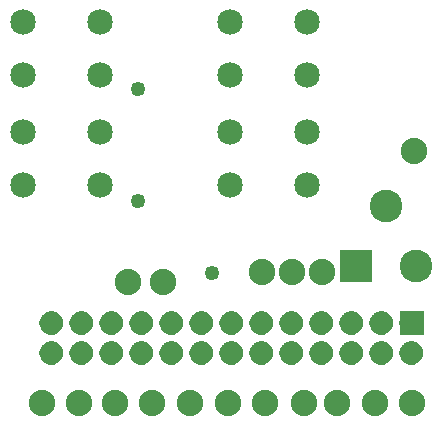
<source format=gts>
G04 MADE WITH FRITZING*
G04 WWW.FRITZING.ORG*
G04 DOUBLE SIDED*
G04 HOLES PLATED*
G04 CONTOUR ON CENTER OF CONTOUR VECTOR*
%ASAXBY*%
%FSLAX23Y23*%
%MOIN*%
%OFA0B0*%
%SFA1.0B1.0*%
%ADD10C,0.049370*%
%ADD11C,0.088000*%
%ADD12C,0.109000*%
%ADD13C,0.085000*%
%ADD14R,0.109000X0.109000*%
%ADD15R,0.080000X0.080000*%
%ADD16R,0.001000X0.001000*%
%LNMASK1*%
G90*
G70*
G54D10*
X435Y738D03*
X682Y499D03*
X434Y1110D03*
G54D11*
X860Y66D03*
X116Y66D03*
X734Y66D03*
X403Y468D03*
X517Y468D03*
X360Y66D03*
X238Y66D03*
X1356Y905D03*
X1348Y66D03*
X1100Y66D03*
X482Y66D03*
X1226Y66D03*
X990Y66D03*
X608Y66D03*
G54D12*
X1363Y523D03*
X1163Y523D03*
X1263Y723D03*
G54D13*
X998Y968D03*
X742Y968D03*
X998Y790D03*
X742Y790D03*
X309Y1334D03*
X53Y1334D03*
X309Y1157D03*
X53Y1157D03*
X998Y1334D03*
X742Y1334D03*
X998Y1157D03*
X742Y1157D03*
X309Y968D03*
X53Y968D03*
X309Y790D03*
X53Y790D03*
G54D11*
X1049Y503D03*
X949Y503D03*
X849Y503D03*
G54D14*
X1163Y523D03*
G54D15*
X1347Y330D03*
G54D16*
X144Y371D02*
X149Y371D01*
X244Y371D02*
X249Y371D01*
X344Y371D02*
X349Y371D01*
X444Y371D02*
X449Y371D01*
X544Y371D02*
X549Y371D01*
X644Y371D02*
X649Y371D01*
X744Y371D02*
X749Y371D01*
X844Y371D02*
X849Y371D01*
X944Y371D02*
X949Y371D01*
X1044Y371D02*
X1049Y371D01*
X1144Y371D02*
X1149Y371D01*
X1244Y371D02*
X1249Y371D01*
X1344Y371D02*
X1349Y371D01*
X139Y370D02*
X154Y370D01*
X239Y370D02*
X254Y370D01*
X339Y370D02*
X354Y370D01*
X439Y370D02*
X454Y370D01*
X539Y370D02*
X554Y370D01*
X639Y370D02*
X654Y370D01*
X739Y370D02*
X754Y370D01*
X839Y370D02*
X854Y370D01*
X939Y370D02*
X954Y370D01*
X1039Y370D02*
X1054Y370D01*
X1139Y370D02*
X1154Y370D01*
X1239Y370D02*
X1254Y370D01*
X1339Y370D02*
X1354Y370D01*
X136Y369D02*
X158Y369D01*
X236Y369D02*
X258Y369D01*
X336Y369D02*
X358Y369D01*
X436Y369D02*
X458Y369D01*
X535Y369D02*
X558Y369D01*
X635Y369D02*
X658Y369D01*
X735Y369D02*
X758Y369D01*
X835Y369D02*
X858Y369D01*
X935Y369D02*
X958Y369D01*
X1035Y369D02*
X1057Y369D01*
X1135Y369D02*
X1157Y369D01*
X1235Y369D02*
X1257Y369D01*
X1335Y369D02*
X1357Y369D01*
X133Y368D02*
X160Y368D01*
X233Y368D02*
X260Y368D01*
X333Y368D02*
X360Y368D01*
X433Y368D02*
X460Y368D01*
X533Y368D02*
X560Y368D01*
X633Y368D02*
X660Y368D01*
X733Y368D02*
X760Y368D01*
X833Y368D02*
X860Y368D01*
X933Y368D02*
X960Y368D01*
X1033Y368D02*
X1060Y368D01*
X1133Y368D02*
X1160Y368D01*
X1233Y368D02*
X1260Y368D01*
X1333Y368D02*
X1360Y368D01*
X131Y367D02*
X162Y367D01*
X231Y367D02*
X262Y367D01*
X331Y367D02*
X362Y367D01*
X431Y367D02*
X462Y367D01*
X531Y367D02*
X562Y367D01*
X631Y367D02*
X662Y367D01*
X731Y367D02*
X762Y367D01*
X831Y367D02*
X862Y367D01*
X931Y367D02*
X962Y367D01*
X1031Y367D02*
X1062Y367D01*
X1131Y367D02*
X1162Y367D01*
X1231Y367D02*
X1262Y367D01*
X1331Y367D02*
X1362Y367D01*
X129Y366D02*
X164Y366D01*
X229Y366D02*
X264Y366D01*
X329Y366D02*
X364Y366D01*
X429Y366D02*
X464Y366D01*
X529Y366D02*
X564Y366D01*
X629Y366D02*
X664Y366D01*
X729Y366D02*
X764Y366D01*
X829Y366D02*
X864Y366D01*
X929Y366D02*
X964Y366D01*
X1029Y366D02*
X1064Y366D01*
X1129Y366D02*
X1164Y366D01*
X1229Y366D02*
X1264Y366D01*
X1329Y366D02*
X1364Y366D01*
X127Y365D02*
X166Y365D01*
X227Y365D02*
X266Y365D01*
X327Y365D02*
X366Y365D01*
X427Y365D02*
X466Y365D01*
X527Y365D02*
X566Y365D01*
X627Y365D02*
X666Y365D01*
X727Y365D02*
X766Y365D01*
X827Y365D02*
X866Y365D01*
X927Y365D02*
X966Y365D01*
X1027Y365D02*
X1066Y365D01*
X1127Y365D02*
X1166Y365D01*
X1227Y365D02*
X1266Y365D01*
X1327Y365D02*
X1366Y365D01*
X126Y364D02*
X167Y364D01*
X226Y364D02*
X267Y364D01*
X326Y364D02*
X367Y364D01*
X426Y364D02*
X467Y364D01*
X526Y364D02*
X567Y364D01*
X626Y364D02*
X667Y364D01*
X726Y364D02*
X767Y364D01*
X826Y364D02*
X867Y364D01*
X926Y364D02*
X967Y364D01*
X1026Y364D02*
X1067Y364D01*
X1126Y364D02*
X1167Y364D01*
X1226Y364D02*
X1267Y364D01*
X1326Y364D02*
X1367Y364D01*
X125Y363D02*
X169Y363D01*
X225Y363D02*
X269Y363D01*
X325Y363D02*
X369Y363D01*
X425Y363D02*
X469Y363D01*
X525Y363D02*
X568Y363D01*
X625Y363D02*
X668Y363D01*
X725Y363D02*
X768Y363D01*
X825Y363D02*
X868Y363D01*
X925Y363D02*
X968Y363D01*
X1024Y363D02*
X1068Y363D01*
X1124Y363D02*
X1168Y363D01*
X1224Y363D02*
X1268Y363D01*
X1324Y363D02*
X1368Y363D01*
X123Y362D02*
X170Y362D01*
X223Y362D02*
X270Y362D01*
X323Y362D02*
X370Y362D01*
X423Y362D02*
X470Y362D01*
X523Y362D02*
X570Y362D01*
X623Y362D02*
X670Y362D01*
X723Y362D02*
X770Y362D01*
X823Y362D02*
X870Y362D01*
X923Y362D02*
X970Y362D01*
X1023Y362D02*
X1070Y362D01*
X1123Y362D02*
X1170Y362D01*
X1223Y362D02*
X1270Y362D01*
X1323Y362D02*
X1370Y362D01*
X122Y361D02*
X171Y361D01*
X222Y361D02*
X271Y361D01*
X322Y361D02*
X371Y361D01*
X422Y361D02*
X471Y361D01*
X522Y361D02*
X571Y361D01*
X622Y361D02*
X671Y361D01*
X722Y361D02*
X771Y361D01*
X822Y361D02*
X871Y361D01*
X922Y361D02*
X971Y361D01*
X1022Y361D02*
X1071Y361D01*
X1122Y361D02*
X1171Y361D01*
X1222Y361D02*
X1271Y361D01*
X1322Y361D02*
X1371Y361D01*
X121Y360D02*
X172Y360D01*
X221Y360D02*
X272Y360D01*
X321Y360D02*
X372Y360D01*
X421Y360D02*
X472Y360D01*
X521Y360D02*
X572Y360D01*
X621Y360D02*
X672Y360D01*
X721Y360D02*
X772Y360D01*
X821Y360D02*
X872Y360D01*
X921Y360D02*
X972Y360D01*
X1021Y360D02*
X1072Y360D01*
X1121Y360D02*
X1172Y360D01*
X1221Y360D02*
X1272Y360D01*
X1321Y360D02*
X1372Y360D01*
X120Y359D02*
X173Y359D01*
X220Y359D02*
X273Y359D01*
X320Y359D02*
X373Y359D01*
X420Y359D02*
X473Y359D01*
X520Y359D02*
X573Y359D01*
X620Y359D02*
X673Y359D01*
X720Y359D02*
X773Y359D01*
X820Y359D02*
X873Y359D01*
X920Y359D02*
X973Y359D01*
X1020Y359D02*
X1073Y359D01*
X1120Y359D02*
X1173Y359D01*
X1220Y359D02*
X1273Y359D01*
X1320Y359D02*
X1373Y359D01*
X119Y358D02*
X174Y358D01*
X219Y358D02*
X274Y358D01*
X319Y358D02*
X374Y358D01*
X419Y358D02*
X474Y358D01*
X519Y358D02*
X574Y358D01*
X619Y358D02*
X674Y358D01*
X719Y358D02*
X774Y358D01*
X819Y358D02*
X874Y358D01*
X919Y358D02*
X974Y358D01*
X1019Y358D02*
X1074Y358D01*
X1119Y358D02*
X1174Y358D01*
X1219Y358D02*
X1274Y358D01*
X1319Y358D02*
X1374Y358D01*
X118Y357D02*
X175Y357D01*
X218Y357D02*
X275Y357D01*
X318Y357D02*
X375Y357D01*
X418Y357D02*
X475Y357D01*
X518Y357D02*
X575Y357D01*
X618Y357D02*
X675Y357D01*
X718Y357D02*
X775Y357D01*
X818Y357D02*
X875Y357D01*
X918Y357D02*
X975Y357D01*
X1018Y357D02*
X1075Y357D01*
X1118Y357D02*
X1175Y357D01*
X1218Y357D02*
X1275Y357D01*
X1318Y357D02*
X1375Y357D01*
X117Y356D02*
X176Y356D01*
X217Y356D02*
X276Y356D01*
X317Y356D02*
X376Y356D01*
X417Y356D02*
X476Y356D01*
X517Y356D02*
X576Y356D01*
X617Y356D02*
X676Y356D01*
X717Y356D02*
X776Y356D01*
X817Y356D02*
X876Y356D01*
X917Y356D02*
X976Y356D01*
X1017Y356D02*
X1076Y356D01*
X1117Y356D02*
X1176Y356D01*
X1217Y356D02*
X1276Y356D01*
X1317Y356D02*
X1376Y356D01*
X116Y355D02*
X177Y355D01*
X216Y355D02*
X277Y355D01*
X316Y355D02*
X377Y355D01*
X416Y355D02*
X477Y355D01*
X516Y355D02*
X577Y355D01*
X616Y355D02*
X677Y355D01*
X716Y355D02*
X777Y355D01*
X816Y355D02*
X877Y355D01*
X916Y355D02*
X977Y355D01*
X1016Y355D02*
X1077Y355D01*
X1116Y355D02*
X1177Y355D01*
X1216Y355D02*
X1277Y355D01*
X1316Y355D02*
X1377Y355D01*
X115Y354D02*
X178Y354D01*
X215Y354D02*
X278Y354D01*
X315Y354D02*
X378Y354D01*
X415Y354D02*
X478Y354D01*
X515Y354D02*
X578Y354D01*
X615Y354D02*
X678Y354D01*
X715Y354D02*
X778Y354D01*
X815Y354D02*
X878Y354D01*
X915Y354D02*
X978Y354D01*
X1015Y354D02*
X1078Y354D01*
X1115Y354D02*
X1178Y354D01*
X1215Y354D02*
X1278Y354D01*
X1315Y354D02*
X1378Y354D01*
X115Y353D02*
X178Y353D01*
X215Y353D02*
X278Y353D01*
X315Y353D02*
X378Y353D01*
X415Y353D02*
X478Y353D01*
X515Y353D02*
X578Y353D01*
X615Y353D02*
X678Y353D01*
X715Y353D02*
X778Y353D01*
X815Y353D02*
X878Y353D01*
X915Y353D02*
X978Y353D01*
X1015Y353D02*
X1078Y353D01*
X1115Y353D02*
X1178Y353D01*
X1215Y353D02*
X1278Y353D01*
X1315Y353D02*
X1378Y353D01*
X114Y352D02*
X179Y352D01*
X214Y352D02*
X279Y352D01*
X314Y352D02*
X379Y352D01*
X414Y352D02*
X479Y352D01*
X514Y352D02*
X579Y352D01*
X614Y352D02*
X679Y352D01*
X714Y352D02*
X779Y352D01*
X814Y352D02*
X879Y352D01*
X914Y352D02*
X979Y352D01*
X1014Y352D02*
X1079Y352D01*
X1114Y352D02*
X1179Y352D01*
X1214Y352D02*
X1279Y352D01*
X1314Y352D02*
X1379Y352D01*
X113Y351D02*
X180Y351D01*
X213Y351D02*
X280Y351D01*
X313Y351D02*
X380Y351D01*
X413Y351D02*
X480Y351D01*
X513Y351D02*
X580Y351D01*
X613Y351D02*
X680Y351D01*
X713Y351D02*
X780Y351D01*
X813Y351D02*
X880Y351D01*
X913Y351D02*
X980Y351D01*
X1013Y351D02*
X1080Y351D01*
X1113Y351D02*
X1180Y351D01*
X1213Y351D02*
X1280Y351D01*
X1313Y351D02*
X1380Y351D01*
X113Y350D02*
X180Y350D01*
X213Y350D02*
X280Y350D01*
X313Y350D02*
X380Y350D01*
X413Y350D02*
X480Y350D01*
X513Y350D02*
X580Y350D01*
X613Y350D02*
X680Y350D01*
X713Y350D02*
X780Y350D01*
X813Y350D02*
X880Y350D01*
X913Y350D02*
X980Y350D01*
X1013Y350D02*
X1080Y350D01*
X1113Y350D02*
X1180Y350D01*
X1213Y350D02*
X1280Y350D01*
X1313Y350D02*
X1380Y350D01*
X112Y349D02*
X181Y349D01*
X212Y349D02*
X281Y349D01*
X312Y349D02*
X381Y349D01*
X412Y349D02*
X481Y349D01*
X512Y349D02*
X581Y349D01*
X612Y349D02*
X681Y349D01*
X712Y349D02*
X781Y349D01*
X812Y349D02*
X881Y349D01*
X912Y349D02*
X981Y349D01*
X1012Y349D02*
X1081Y349D01*
X1112Y349D02*
X1181Y349D01*
X1212Y349D02*
X1281Y349D01*
X1312Y349D02*
X1381Y349D01*
X112Y348D02*
X182Y348D01*
X212Y348D02*
X282Y348D01*
X312Y348D02*
X381Y348D01*
X412Y348D02*
X481Y348D01*
X512Y348D02*
X581Y348D01*
X612Y348D02*
X681Y348D01*
X712Y348D02*
X781Y348D01*
X812Y348D02*
X881Y348D01*
X912Y348D02*
X981Y348D01*
X1012Y348D02*
X1081Y348D01*
X1111Y348D02*
X1181Y348D01*
X1211Y348D02*
X1281Y348D01*
X1311Y348D02*
X1381Y348D01*
X111Y347D02*
X182Y347D01*
X211Y347D02*
X282Y347D01*
X311Y347D02*
X382Y347D01*
X411Y347D02*
X482Y347D01*
X511Y347D02*
X582Y347D01*
X611Y347D02*
X682Y347D01*
X711Y347D02*
X782Y347D01*
X811Y347D02*
X882Y347D01*
X911Y347D02*
X982Y347D01*
X1011Y347D02*
X1082Y347D01*
X1111Y347D02*
X1182Y347D01*
X1211Y347D02*
X1282Y347D01*
X1311Y347D02*
X1382Y347D01*
X111Y346D02*
X183Y346D01*
X211Y346D02*
X283Y346D01*
X311Y346D02*
X383Y346D01*
X411Y346D02*
X483Y346D01*
X511Y346D02*
X582Y346D01*
X611Y346D02*
X682Y346D01*
X711Y346D02*
X782Y346D01*
X811Y346D02*
X882Y346D01*
X910Y346D02*
X982Y346D01*
X1010Y346D02*
X1082Y346D01*
X1110Y346D02*
X1182Y346D01*
X1210Y346D02*
X1282Y346D01*
X1310Y346D02*
X1382Y346D01*
X110Y345D02*
X183Y345D01*
X210Y345D02*
X283Y345D01*
X310Y345D02*
X383Y345D01*
X410Y345D02*
X483Y345D01*
X510Y345D02*
X583Y345D01*
X610Y345D02*
X683Y345D01*
X710Y345D02*
X783Y345D01*
X810Y345D02*
X883Y345D01*
X910Y345D02*
X983Y345D01*
X1010Y345D02*
X1083Y345D01*
X1110Y345D02*
X1183Y345D01*
X1210Y345D02*
X1283Y345D01*
X1310Y345D02*
X1383Y345D01*
X110Y344D02*
X183Y344D01*
X210Y344D02*
X283Y344D01*
X310Y344D02*
X383Y344D01*
X410Y344D02*
X483Y344D01*
X510Y344D02*
X583Y344D01*
X610Y344D02*
X683Y344D01*
X710Y344D02*
X783Y344D01*
X810Y344D02*
X883Y344D01*
X910Y344D02*
X983Y344D01*
X1010Y344D02*
X1083Y344D01*
X1110Y344D02*
X1183Y344D01*
X1210Y344D02*
X1283Y344D01*
X1310Y344D02*
X1383Y344D01*
X109Y343D02*
X184Y343D01*
X209Y343D02*
X284Y343D01*
X309Y343D02*
X384Y343D01*
X409Y343D02*
X484Y343D01*
X509Y343D02*
X584Y343D01*
X609Y343D02*
X684Y343D01*
X709Y343D02*
X784Y343D01*
X809Y343D02*
X884Y343D01*
X909Y343D02*
X984Y343D01*
X1009Y343D02*
X1084Y343D01*
X1109Y343D02*
X1184Y343D01*
X1209Y343D02*
X1284Y343D01*
X1309Y343D02*
X1384Y343D01*
X109Y342D02*
X184Y342D01*
X209Y342D02*
X284Y342D01*
X309Y342D02*
X384Y342D01*
X409Y342D02*
X484Y342D01*
X509Y342D02*
X584Y342D01*
X609Y342D02*
X684Y342D01*
X709Y342D02*
X784Y342D01*
X809Y342D02*
X884Y342D01*
X909Y342D02*
X984Y342D01*
X1009Y342D02*
X1084Y342D01*
X1109Y342D02*
X1184Y342D01*
X1209Y342D02*
X1284Y342D01*
X1309Y342D02*
X1384Y342D01*
X109Y341D02*
X184Y341D01*
X209Y341D02*
X284Y341D01*
X309Y341D02*
X384Y341D01*
X409Y341D02*
X484Y341D01*
X509Y341D02*
X584Y341D01*
X609Y341D02*
X684Y341D01*
X709Y341D02*
X784Y341D01*
X809Y341D02*
X884Y341D01*
X909Y341D02*
X984Y341D01*
X1009Y341D02*
X1084Y341D01*
X1109Y341D02*
X1184Y341D01*
X1208Y341D02*
X1284Y341D01*
X1308Y341D02*
X1384Y341D01*
X108Y340D02*
X185Y340D01*
X208Y340D02*
X285Y340D01*
X308Y340D02*
X385Y340D01*
X408Y340D02*
X485Y340D01*
X508Y340D02*
X585Y340D01*
X608Y340D02*
X685Y340D01*
X708Y340D02*
X785Y340D01*
X808Y340D02*
X885Y340D01*
X908Y340D02*
X985Y340D01*
X1008Y340D02*
X1085Y340D01*
X1108Y340D02*
X1185Y340D01*
X1208Y340D02*
X1285Y340D01*
X1308Y340D02*
X1385Y340D01*
X108Y339D02*
X185Y339D01*
X208Y339D02*
X285Y339D01*
X308Y339D02*
X385Y339D01*
X408Y339D02*
X485Y339D01*
X508Y339D02*
X585Y339D01*
X608Y339D02*
X685Y339D01*
X708Y339D02*
X785Y339D01*
X808Y339D02*
X885Y339D01*
X908Y339D02*
X985Y339D01*
X1008Y339D02*
X1085Y339D01*
X1108Y339D02*
X1185Y339D01*
X1208Y339D02*
X1285Y339D01*
X1308Y339D02*
X1385Y339D01*
X108Y338D02*
X185Y338D01*
X208Y338D02*
X285Y338D01*
X308Y338D02*
X385Y338D01*
X408Y338D02*
X485Y338D01*
X508Y338D02*
X585Y338D01*
X608Y338D02*
X685Y338D01*
X708Y338D02*
X785Y338D01*
X808Y338D02*
X885Y338D01*
X908Y338D02*
X985Y338D01*
X1008Y338D02*
X1085Y338D01*
X1108Y338D02*
X1185Y338D01*
X1208Y338D02*
X1285Y338D01*
X1308Y338D02*
X1385Y338D01*
X108Y337D02*
X185Y337D01*
X208Y337D02*
X285Y337D01*
X308Y337D02*
X385Y337D01*
X408Y337D02*
X485Y337D01*
X508Y337D02*
X585Y337D01*
X608Y337D02*
X685Y337D01*
X708Y337D02*
X785Y337D01*
X808Y337D02*
X885Y337D01*
X908Y337D02*
X985Y337D01*
X1008Y337D02*
X1085Y337D01*
X1108Y337D02*
X1185Y337D01*
X1207Y337D02*
X1285Y337D01*
X1307Y337D02*
X1385Y337D01*
X107Y336D02*
X186Y336D01*
X207Y336D02*
X286Y336D01*
X307Y336D02*
X386Y336D01*
X407Y336D02*
X486Y336D01*
X507Y336D02*
X586Y336D01*
X607Y336D02*
X686Y336D01*
X707Y336D02*
X786Y336D01*
X807Y336D02*
X886Y336D01*
X907Y336D02*
X986Y336D01*
X1007Y336D02*
X1086Y336D01*
X1107Y336D02*
X1186Y336D01*
X1207Y336D02*
X1286Y336D01*
X1307Y336D02*
X1386Y336D01*
X107Y335D02*
X186Y335D01*
X207Y335D02*
X286Y335D01*
X307Y335D02*
X386Y335D01*
X407Y335D02*
X486Y335D01*
X507Y335D02*
X586Y335D01*
X607Y335D02*
X686Y335D01*
X707Y335D02*
X786Y335D01*
X807Y335D02*
X886Y335D01*
X907Y335D02*
X986Y335D01*
X1007Y335D02*
X1086Y335D01*
X1107Y335D02*
X1186Y335D01*
X1207Y335D02*
X1286Y335D01*
X1307Y335D02*
X1386Y335D01*
X107Y334D02*
X186Y334D01*
X207Y334D02*
X286Y334D01*
X307Y334D02*
X386Y334D01*
X407Y334D02*
X486Y334D01*
X507Y334D02*
X586Y334D01*
X607Y334D02*
X686Y334D01*
X707Y334D02*
X786Y334D01*
X807Y334D02*
X886Y334D01*
X907Y334D02*
X986Y334D01*
X1007Y334D02*
X1086Y334D01*
X1107Y334D02*
X1186Y334D01*
X1207Y334D02*
X1286Y334D01*
X1307Y334D02*
X1386Y334D01*
X107Y333D02*
X186Y333D01*
X207Y333D02*
X286Y333D01*
X307Y333D02*
X386Y333D01*
X407Y333D02*
X486Y333D01*
X507Y333D02*
X586Y333D01*
X607Y333D02*
X686Y333D01*
X707Y333D02*
X786Y333D01*
X807Y333D02*
X886Y333D01*
X907Y333D02*
X986Y333D01*
X1007Y333D02*
X1086Y333D01*
X1107Y333D02*
X1186Y333D01*
X1207Y333D02*
X1286Y333D01*
X1307Y333D02*
X1386Y333D01*
X107Y332D02*
X186Y332D01*
X207Y332D02*
X286Y332D01*
X307Y332D02*
X386Y332D01*
X407Y332D02*
X486Y332D01*
X507Y332D02*
X586Y332D01*
X607Y332D02*
X686Y332D01*
X707Y332D02*
X786Y332D01*
X807Y332D02*
X886Y332D01*
X907Y332D02*
X986Y332D01*
X1007Y332D02*
X1086Y332D01*
X1107Y332D02*
X1186Y332D01*
X1207Y332D02*
X1286Y332D01*
X1307Y332D02*
X1386Y332D01*
X107Y331D02*
X186Y331D01*
X207Y331D02*
X286Y331D01*
X307Y331D02*
X386Y331D01*
X407Y331D02*
X486Y331D01*
X507Y331D02*
X586Y331D01*
X607Y331D02*
X686Y331D01*
X707Y331D02*
X786Y331D01*
X807Y331D02*
X886Y331D01*
X907Y331D02*
X986Y331D01*
X1007Y331D02*
X1086Y331D01*
X1107Y331D02*
X1186Y331D01*
X1207Y331D02*
X1286Y331D01*
X1307Y331D02*
X1386Y331D01*
X107Y330D02*
X186Y330D01*
X207Y330D02*
X286Y330D01*
X307Y330D02*
X386Y330D01*
X407Y330D02*
X486Y330D01*
X507Y330D02*
X586Y330D01*
X607Y330D02*
X686Y330D01*
X707Y330D02*
X786Y330D01*
X807Y330D02*
X886Y330D01*
X907Y330D02*
X986Y330D01*
X1007Y330D02*
X1086Y330D01*
X1107Y330D02*
X1186Y330D01*
X1207Y330D02*
X1286Y330D01*
X1307Y330D02*
X1386Y330D01*
X107Y329D02*
X186Y329D01*
X207Y329D02*
X286Y329D01*
X307Y329D02*
X386Y329D01*
X407Y329D02*
X486Y329D01*
X507Y329D02*
X586Y329D01*
X607Y329D02*
X686Y329D01*
X707Y329D02*
X786Y329D01*
X807Y329D02*
X886Y329D01*
X907Y329D02*
X986Y329D01*
X1007Y329D02*
X1086Y329D01*
X1107Y329D02*
X1186Y329D01*
X1207Y329D02*
X1286Y329D01*
X1307Y329D02*
X1386Y329D01*
X107Y328D02*
X186Y328D01*
X207Y328D02*
X286Y328D01*
X307Y328D02*
X386Y328D01*
X407Y328D02*
X486Y328D01*
X507Y328D02*
X586Y328D01*
X607Y328D02*
X686Y328D01*
X707Y328D02*
X786Y328D01*
X807Y328D02*
X886Y328D01*
X907Y328D02*
X986Y328D01*
X1007Y328D02*
X1086Y328D01*
X1107Y328D02*
X1186Y328D01*
X1207Y328D02*
X1286Y328D01*
X1307Y328D02*
X1386Y328D01*
X107Y327D02*
X186Y327D01*
X207Y327D02*
X286Y327D01*
X307Y327D02*
X386Y327D01*
X407Y327D02*
X486Y327D01*
X507Y327D02*
X586Y327D01*
X607Y327D02*
X686Y327D01*
X707Y327D02*
X786Y327D01*
X807Y327D02*
X886Y327D01*
X907Y327D02*
X986Y327D01*
X1007Y327D02*
X1086Y327D01*
X1107Y327D02*
X1186Y327D01*
X1207Y327D02*
X1286Y327D01*
X1307Y327D02*
X1386Y327D01*
X107Y326D02*
X186Y326D01*
X207Y326D02*
X286Y326D01*
X307Y326D02*
X386Y326D01*
X407Y326D02*
X486Y326D01*
X507Y326D02*
X586Y326D01*
X607Y326D02*
X686Y326D01*
X707Y326D02*
X786Y326D01*
X807Y326D02*
X886Y326D01*
X907Y326D02*
X986Y326D01*
X1007Y326D02*
X1086Y326D01*
X1107Y326D02*
X1186Y326D01*
X1207Y326D02*
X1286Y326D01*
X1307Y326D02*
X1386Y326D01*
X108Y325D02*
X185Y325D01*
X208Y325D02*
X285Y325D01*
X308Y325D02*
X385Y325D01*
X408Y325D02*
X485Y325D01*
X508Y325D02*
X585Y325D01*
X608Y325D02*
X685Y325D01*
X708Y325D02*
X785Y325D01*
X808Y325D02*
X885Y325D01*
X908Y325D02*
X985Y325D01*
X1008Y325D02*
X1085Y325D01*
X1108Y325D02*
X1185Y325D01*
X1208Y325D02*
X1285Y325D01*
X1308Y325D02*
X1385Y325D01*
X108Y324D02*
X185Y324D01*
X208Y324D02*
X285Y324D01*
X308Y324D02*
X385Y324D01*
X408Y324D02*
X485Y324D01*
X508Y324D02*
X585Y324D01*
X608Y324D02*
X685Y324D01*
X708Y324D02*
X785Y324D01*
X808Y324D02*
X885Y324D01*
X908Y324D02*
X985Y324D01*
X1008Y324D02*
X1085Y324D01*
X1108Y324D02*
X1185Y324D01*
X1208Y324D02*
X1285Y324D01*
X1308Y324D02*
X1385Y324D01*
X108Y323D02*
X185Y323D01*
X208Y323D02*
X285Y323D01*
X308Y323D02*
X385Y323D01*
X408Y323D02*
X485Y323D01*
X508Y323D02*
X585Y323D01*
X608Y323D02*
X685Y323D01*
X708Y323D02*
X785Y323D01*
X808Y323D02*
X885Y323D01*
X908Y323D02*
X985Y323D01*
X1008Y323D02*
X1085Y323D01*
X1108Y323D02*
X1185Y323D01*
X1208Y323D02*
X1285Y323D01*
X1308Y323D02*
X1385Y323D01*
X108Y322D02*
X185Y322D01*
X208Y322D02*
X285Y322D01*
X308Y322D02*
X385Y322D01*
X408Y322D02*
X485Y322D01*
X508Y322D02*
X585Y322D01*
X608Y322D02*
X685Y322D01*
X708Y322D02*
X785Y322D01*
X808Y322D02*
X885Y322D01*
X908Y322D02*
X985Y322D01*
X1008Y322D02*
X1085Y322D01*
X1108Y322D02*
X1185Y322D01*
X1208Y322D02*
X1285Y322D01*
X1308Y322D02*
X1385Y322D01*
X109Y321D02*
X184Y321D01*
X209Y321D02*
X284Y321D01*
X309Y321D02*
X384Y321D01*
X409Y321D02*
X484Y321D01*
X509Y321D02*
X584Y321D01*
X609Y321D02*
X684Y321D01*
X709Y321D02*
X784Y321D01*
X809Y321D02*
X884Y321D01*
X909Y321D02*
X984Y321D01*
X1009Y321D02*
X1084Y321D01*
X1109Y321D02*
X1184Y321D01*
X1209Y321D02*
X1284Y321D01*
X1309Y321D02*
X1384Y321D01*
X109Y320D02*
X184Y320D01*
X209Y320D02*
X284Y320D01*
X309Y320D02*
X384Y320D01*
X409Y320D02*
X484Y320D01*
X509Y320D02*
X584Y320D01*
X609Y320D02*
X684Y320D01*
X709Y320D02*
X784Y320D01*
X809Y320D02*
X884Y320D01*
X909Y320D02*
X984Y320D01*
X1009Y320D02*
X1084Y320D01*
X1109Y320D02*
X1184Y320D01*
X1209Y320D02*
X1284Y320D01*
X1309Y320D02*
X1384Y320D01*
X109Y319D02*
X184Y319D01*
X209Y319D02*
X284Y319D01*
X309Y319D02*
X384Y319D01*
X409Y319D02*
X484Y319D01*
X509Y319D02*
X584Y319D01*
X609Y319D02*
X684Y319D01*
X709Y319D02*
X784Y319D01*
X809Y319D02*
X884Y319D01*
X909Y319D02*
X984Y319D01*
X1009Y319D02*
X1084Y319D01*
X1109Y319D02*
X1184Y319D01*
X1209Y319D02*
X1284Y319D01*
X1309Y319D02*
X1384Y319D01*
X110Y318D02*
X183Y318D01*
X210Y318D02*
X283Y318D01*
X310Y318D02*
X383Y318D01*
X410Y318D02*
X483Y318D01*
X510Y318D02*
X583Y318D01*
X610Y318D02*
X683Y318D01*
X710Y318D02*
X783Y318D01*
X810Y318D02*
X883Y318D01*
X910Y318D02*
X983Y318D01*
X1010Y318D02*
X1083Y318D01*
X1110Y318D02*
X1183Y318D01*
X1210Y318D02*
X1283Y318D01*
X1310Y318D02*
X1383Y318D01*
X110Y317D02*
X183Y317D01*
X210Y317D02*
X283Y317D01*
X310Y317D02*
X383Y317D01*
X410Y317D02*
X483Y317D01*
X510Y317D02*
X583Y317D01*
X610Y317D02*
X683Y317D01*
X710Y317D02*
X783Y317D01*
X810Y317D02*
X883Y317D01*
X910Y317D02*
X983Y317D01*
X1010Y317D02*
X1083Y317D01*
X1110Y317D02*
X1183Y317D01*
X1210Y317D02*
X1283Y317D01*
X1310Y317D02*
X1383Y317D01*
X111Y316D02*
X182Y316D01*
X211Y316D02*
X282Y316D01*
X311Y316D02*
X382Y316D01*
X411Y316D02*
X482Y316D01*
X511Y316D02*
X582Y316D01*
X611Y316D02*
X682Y316D01*
X711Y316D02*
X782Y316D01*
X811Y316D02*
X882Y316D01*
X911Y316D02*
X982Y316D01*
X1011Y316D02*
X1082Y316D01*
X1111Y316D02*
X1182Y316D01*
X1211Y316D02*
X1282Y316D01*
X1311Y316D02*
X1382Y316D01*
X111Y315D02*
X182Y315D01*
X211Y315D02*
X282Y315D01*
X311Y315D02*
X382Y315D01*
X411Y315D02*
X482Y315D01*
X511Y315D02*
X582Y315D01*
X611Y315D02*
X682Y315D01*
X711Y315D02*
X782Y315D01*
X811Y315D02*
X882Y315D01*
X911Y315D02*
X982Y315D01*
X1011Y315D02*
X1082Y315D01*
X1111Y315D02*
X1182Y315D01*
X1211Y315D02*
X1282Y315D01*
X1311Y315D02*
X1382Y315D01*
X112Y314D02*
X181Y314D01*
X212Y314D02*
X281Y314D01*
X312Y314D02*
X381Y314D01*
X412Y314D02*
X481Y314D01*
X512Y314D02*
X581Y314D01*
X612Y314D02*
X681Y314D01*
X712Y314D02*
X781Y314D01*
X812Y314D02*
X881Y314D01*
X912Y314D02*
X981Y314D01*
X1012Y314D02*
X1081Y314D01*
X1112Y314D02*
X1181Y314D01*
X1212Y314D02*
X1281Y314D01*
X1312Y314D02*
X1381Y314D01*
X112Y313D02*
X181Y313D01*
X212Y313D02*
X281Y313D01*
X312Y313D02*
X381Y313D01*
X412Y313D02*
X481Y313D01*
X512Y313D02*
X581Y313D01*
X612Y313D02*
X681Y313D01*
X712Y313D02*
X781Y313D01*
X812Y313D02*
X881Y313D01*
X912Y313D02*
X981Y313D01*
X1012Y313D02*
X1081Y313D01*
X1112Y313D02*
X1181Y313D01*
X1212Y313D02*
X1281Y313D01*
X1312Y313D02*
X1381Y313D01*
X113Y312D02*
X180Y312D01*
X213Y312D02*
X280Y312D01*
X313Y312D02*
X380Y312D01*
X413Y312D02*
X480Y312D01*
X513Y312D02*
X580Y312D01*
X613Y312D02*
X680Y312D01*
X713Y312D02*
X780Y312D01*
X813Y312D02*
X880Y312D01*
X913Y312D02*
X980Y312D01*
X1013Y312D02*
X1080Y312D01*
X1113Y312D02*
X1180Y312D01*
X1213Y312D02*
X1280Y312D01*
X1313Y312D02*
X1380Y312D01*
X114Y311D02*
X180Y311D01*
X214Y311D02*
X280Y311D01*
X314Y311D02*
X380Y311D01*
X414Y311D02*
X480Y311D01*
X513Y311D02*
X580Y311D01*
X613Y311D02*
X680Y311D01*
X713Y311D02*
X780Y311D01*
X813Y311D02*
X879Y311D01*
X913Y311D02*
X979Y311D01*
X1013Y311D02*
X1079Y311D01*
X1113Y311D02*
X1179Y311D01*
X1213Y311D02*
X1279Y311D01*
X1313Y311D02*
X1379Y311D01*
X114Y310D02*
X179Y310D01*
X214Y310D02*
X279Y310D01*
X314Y310D02*
X379Y310D01*
X414Y310D02*
X479Y310D01*
X514Y310D02*
X579Y310D01*
X614Y310D02*
X679Y310D01*
X714Y310D02*
X779Y310D01*
X814Y310D02*
X879Y310D01*
X914Y310D02*
X979Y310D01*
X1014Y310D02*
X1079Y310D01*
X1114Y310D02*
X1179Y310D01*
X1214Y310D02*
X1279Y310D01*
X1314Y310D02*
X1379Y310D01*
X115Y309D02*
X178Y309D01*
X215Y309D02*
X278Y309D01*
X315Y309D02*
X378Y309D01*
X415Y309D02*
X478Y309D01*
X515Y309D02*
X578Y309D01*
X615Y309D02*
X678Y309D01*
X715Y309D02*
X778Y309D01*
X815Y309D02*
X878Y309D01*
X915Y309D02*
X978Y309D01*
X1015Y309D02*
X1078Y309D01*
X1115Y309D02*
X1178Y309D01*
X1215Y309D02*
X1278Y309D01*
X1315Y309D02*
X1378Y309D01*
X116Y308D02*
X177Y308D01*
X216Y308D02*
X277Y308D01*
X316Y308D02*
X377Y308D01*
X416Y308D02*
X477Y308D01*
X516Y308D02*
X577Y308D01*
X616Y308D02*
X677Y308D01*
X716Y308D02*
X777Y308D01*
X816Y308D02*
X877Y308D01*
X916Y308D02*
X977Y308D01*
X1016Y308D02*
X1077Y308D01*
X1116Y308D02*
X1177Y308D01*
X1216Y308D02*
X1277Y308D01*
X1316Y308D02*
X1377Y308D01*
X116Y307D02*
X177Y307D01*
X216Y307D02*
X277Y307D01*
X316Y307D02*
X377Y307D01*
X416Y307D02*
X477Y307D01*
X516Y307D02*
X577Y307D01*
X616Y307D02*
X677Y307D01*
X716Y307D02*
X777Y307D01*
X816Y307D02*
X877Y307D01*
X916Y307D02*
X977Y307D01*
X1016Y307D02*
X1077Y307D01*
X1116Y307D02*
X1177Y307D01*
X1216Y307D02*
X1277Y307D01*
X1316Y307D02*
X1376Y307D01*
X117Y306D02*
X176Y306D01*
X217Y306D02*
X276Y306D01*
X317Y306D02*
X376Y306D01*
X417Y306D02*
X476Y306D01*
X517Y306D02*
X576Y306D01*
X617Y306D02*
X676Y306D01*
X717Y306D02*
X776Y306D01*
X817Y306D02*
X876Y306D01*
X917Y306D02*
X976Y306D01*
X1017Y306D02*
X1076Y306D01*
X1117Y306D02*
X1176Y306D01*
X1217Y306D02*
X1276Y306D01*
X1317Y306D02*
X1376Y306D01*
X118Y305D02*
X175Y305D01*
X218Y305D02*
X275Y305D01*
X318Y305D02*
X375Y305D01*
X418Y305D02*
X475Y305D01*
X518Y305D02*
X575Y305D01*
X618Y305D02*
X675Y305D01*
X718Y305D02*
X775Y305D01*
X818Y305D02*
X875Y305D01*
X918Y305D02*
X975Y305D01*
X1018Y305D02*
X1075Y305D01*
X1118Y305D02*
X1175Y305D01*
X1218Y305D02*
X1275Y305D01*
X1318Y305D02*
X1375Y305D01*
X119Y304D02*
X174Y304D01*
X219Y304D02*
X274Y304D01*
X319Y304D02*
X374Y304D01*
X419Y304D02*
X474Y304D01*
X519Y304D02*
X574Y304D01*
X619Y304D02*
X674Y304D01*
X719Y304D02*
X774Y304D01*
X819Y304D02*
X874Y304D01*
X919Y304D02*
X974Y304D01*
X1019Y304D02*
X1074Y304D01*
X1119Y304D02*
X1174Y304D01*
X1219Y304D02*
X1274Y304D01*
X1319Y304D02*
X1374Y304D01*
X120Y303D02*
X173Y303D01*
X220Y303D02*
X273Y303D01*
X320Y303D02*
X373Y303D01*
X420Y303D02*
X473Y303D01*
X520Y303D02*
X573Y303D01*
X620Y303D02*
X673Y303D01*
X720Y303D02*
X773Y303D01*
X820Y303D02*
X873Y303D01*
X920Y303D02*
X973Y303D01*
X1020Y303D02*
X1073Y303D01*
X1120Y303D02*
X1173Y303D01*
X1220Y303D02*
X1273Y303D01*
X1320Y303D02*
X1373Y303D01*
X121Y302D02*
X172Y302D01*
X221Y302D02*
X272Y302D01*
X321Y302D02*
X372Y302D01*
X421Y302D02*
X472Y302D01*
X521Y302D02*
X572Y302D01*
X621Y302D02*
X672Y302D01*
X721Y302D02*
X772Y302D01*
X821Y302D02*
X872Y302D01*
X921Y302D02*
X972Y302D01*
X1021Y302D02*
X1072Y302D01*
X1121Y302D02*
X1172Y302D01*
X1221Y302D02*
X1272Y302D01*
X1321Y302D02*
X1372Y302D01*
X122Y301D02*
X171Y301D01*
X222Y301D02*
X271Y301D01*
X322Y301D02*
X371Y301D01*
X422Y301D02*
X471Y301D01*
X522Y301D02*
X571Y301D01*
X622Y301D02*
X671Y301D01*
X722Y301D02*
X771Y301D01*
X822Y301D02*
X871Y301D01*
X922Y301D02*
X971Y301D01*
X1022Y301D02*
X1071Y301D01*
X1122Y301D02*
X1171Y301D01*
X1222Y301D02*
X1271Y301D01*
X1322Y301D02*
X1371Y301D01*
X124Y300D02*
X169Y300D01*
X224Y300D02*
X269Y300D01*
X324Y300D02*
X369Y300D01*
X424Y300D02*
X469Y300D01*
X524Y300D02*
X569Y300D01*
X624Y300D02*
X669Y300D01*
X724Y300D02*
X769Y300D01*
X824Y300D02*
X869Y300D01*
X924Y300D02*
X969Y300D01*
X1024Y300D02*
X1069Y300D01*
X1124Y300D02*
X1169Y300D01*
X1224Y300D02*
X1269Y300D01*
X1324Y300D02*
X1369Y300D01*
X125Y299D02*
X168Y299D01*
X225Y299D02*
X268Y299D01*
X325Y299D02*
X368Y299D01*
X425Y299D02*
X468Y299D01*
X525Y299D02*
X568Y299D01*
X625Y299D02*
X668Y299D01*
X725Y299D02*
X768Y299D01*
X825Y299D02*
X868Y299D01*
X925Y299D02*
X968Y299D01*
X1025Y299D02*
X1068Y299D01*
X1125Y299D02*
X1168Y299D01*
X1225Y299D02*
X1268Y299D01*
X1325Y299D02*
X1368Y299D01*
X126Y298D02*
X167Y298D01*
X226Y298D02*
X267Y298D01*
X326Y298D02*
X367Y298D01*
X426Y298D02*
X467Y298D01*
X526Y298D02*
X567Y298D01*
X626Y298D02*
X667Y298D01*
X726Y298D02*
X767Y298D01*
X826Y298D02*
X867Y298D01*
X926Y298D02*
X967Y298D01*
X1026Y298D02*
X1067Y298D01*
X1126Y298D02*
X1167Y298D01*
X1226Y298D02*
X1267Y298D01*
X1326Y298D02*
X1367Y298D01*
X128Y297D02*
X165Y297D01*
X228Y297D02*
X265Y297D01*
X328Y297D02*
X365Y297D01*
X428Y297D02*
X465Y297D01*
X528Y297D02*
X565Y297D01*
X628Y297D02*
X665Y297D01*
X728Y297D02*
X765Y297D01*
X828Y297D02*
X865Y297D01*
X928Y297D02*
X965Y297D01*
X1028Y297D02*
X1065Y297D01*
X1128Y297D02*
X1165Y297D01*
X1228Y297D02*
X1265Y297D01*
X1328Y297D02*
X1365Y297D01*
X130Y296D02*
X164Y296D01*
X230Y296D02*
X263Y296D01*
X330Y296D02*
X363Y296D01*
X430Y296D02*
X463Y296D01*
X530Y296D02*
X563Y296D01*
X630Y296D02*
X663Y296D01*
X730Y296D02*
X763Y296D01*
X830Y296D02*
X863Y296D01*
X930Y296D02*
X963Y296D01*
X1030Y296D02*
X1063Y296D01*
X1130Y296D02*
X1163Y296D01*
X1229Y296D02*
X1263Y296D01*
X1329Y296D02*
X1363Y296D01*
X131Y295D02*
X162Y295D01*
X231Y295D02*
X262Y295D01*
X331Y295D02*
X362Y295D01*
X431Y295D02*
X462Y295D01*
X531Y295D02*
X562Y295D01*
X631Y295D02*
X662Y295D01*
X731Y295D02*
X762Y295D01*
X831Y295D02*
X862Y295D01*
X931Y295D02*
X962Y295D01*
X1031Y295D02*
X1062Y295D01*
X1131Y295D02*
X1162Y295D01*
X1231Y295D02*
X1262Y295D01*
X1331Y295D02*
X1362Y295D01*
X134Y294D02*
X159Y294D01*
X234Y294D02*
X259Y294D01*
X334Y294D02*
X359Y294D01*
X434Y294D02*
X459Y294D01*
X534Y294D02*
X559Y294D01*
X634Y294D02*
X659Y294D01*
X734Y294D02*
X759Y294D01*
X834Y294D02*
X859Y294D01*
X934Y294D02*
X959Y294D01*
X1034Y294D02*
X1059Y294D01*
X1134Y294D02*
X1159Y294D01*
X1234Y294D02*
X1259Y294D01*
X1334Y294D02*
X1359Y294D01*
X136Y293D02*
X157Y293D01*
X236Y293D02*
X257Y293D01*
X336Y293D02*
X357Y293D01*
X436Y293D02*
X457Y293D01*
X536Y293D02*
X557Y293D01*
X636Y293D02*
X657Y293D01*
X736Y293D02*
X757Y293D01*
X836Y293D02*
X857Y293D01*
X936Y293D02*
X957Y293D01*
X1036Y293D02*
X1057Y293D01*
X1136Y293D02*
X1157Y293D01*
X1236Y293D02*
X1257Y293D01*
X1336Y293D02*
X1357Y293D01*
X140Y292D02*
X153Y292D01*
X240Y292D02*
X253Y292D01*
X340Y292D02*
X353Y292D01*
X440Y292D02*
X453Y292D01*
X540Y292D02*
X553Y292D01*
X640Y292D02*
X653Y292D01*
X740Y292D02*
X753Y292D01*
X840Y292D02*
X853Y292D01*
X940Y292D02*
X953Y292D01*
X1040Y292D02*
X1053Y292D01*
X1140Y292D02*
X1153Y292D01*
X1240Y292D02*
X1253Y292D01*
X1340Y292D02*
X1353Y292D01*
X144Y271D02*
X149Y271D01*
X244Y271D02*
X249Y271D01*
X344Y271D02*
X349Y271D01*
X444Y271D02*
X449Y271D01*
X544Y271D02*
X549Y271D01*
X644Y271D02*
X649Y271D01*
X744Y271D02*
X749Y271D01*
X844Y271D02*
X849Y271D01*
X944Y271D02*
X949Y271D01*
X1044Y271D02*
X1049Y271D01*
X1144Y271D02*
X1149Y271D01*
X1244Y271D02*
X1249Y271D01*
X1344Y271D02*
X1349Y271D01*
X139Y270D02*
X155Y270D01*
X239Y270D02*
X255Y270D01*
X338Y270D02*
X355Y270D01*
X438Y270D02*
X455Y270D01*
X538Y270D02*
X555Y270D01*
X638Y270D02*
X655Y270D01*
X738Y270D02*
X755Y270D01*
X838Y270D02*
X855Y270D01*
X938Y270D02*
X955Y270D01*
X1038Y270D02*
X1054Y270D01*
X1138Y270D02*
X1154Y270D01*
X1238Y270D02*
X1254Y270D01*
X1338Y270D02*
X1354Y270D01*
X135Y269D02*
X158Y269D01*
X235Y269D02*
X258Y269D01*
X335Y269D02*
X358Y269D01*
X435Y269D02*
X458Y269D01*
X535Y269D02*
X558Y269D01*
X635Y269D02*
X658Y269D01*
X735Y269D02*
X758Y269D01*
X835Y269D02*
X858Y269D01*
X935Y269D02*
X958Y269D01*
X1035Y269D02*
X1058Y269D01*
X1135Y269D02*
X1158Y269D01*
X1235Y269D02*
X1258Y269D01*
X1335Y269D02*
X1358Y269D01*
X133Y268D02*
X160Y268D01*
X233Y268D02*
X260Y268D01*
X333Y268D02*
X360Y268D01*
X433Y268D02*
X460Y268D01*
X533Y268D02*
X560Y268D01*
X633Y268D02*
X660Y268D01*
X733Y268D02*
X760Y268D01*
X833Y268D02*
X860Y268D01*
X933Y268D02*
X960Y268D01*
X1033Y268D02*
X1060Y268D01*
X1133Y268D02*
X1160Y268D01*
X1233Y268D02*
X1260Y268D01*
X1333Y268D02*
X1360Y268D01*
X131Y267D02*
X162Y267D01*
X231Y267D02*
X262Y267D01*
X331Y267D02*
X362Y267D01*
X431Y267D02*
X462Y267D01*
X531Y267D02*
X562Y267D01*
X631Y267D02*
X662Y267D01*
X731Y267D02*
X762Y267D01*
X831Y267D02*
X862Y267D01*
X931Y267D02*
X962Y267D01*
X1031Y267D02*
X1062Y267D01*
X1131Y267D02*
X1162Y267D01*
X1231Y267D02*
X1262Y267D01*
X1331Y267D02*
X1362Y267D01*
X129Y266D02*
X164Y266D01*
X229Y266D02*
X264Y266D01*
X329Y266D02*
X364Y266D01*
X429Y266D02*
X464Y266D01*
X529Y266D02*
X564Y266D01*
X629Y266D02*
X664Y266D01*
X729Y266D02*
X764Y266D01*
X829Y266D02*
X864Y266D01*
X929Y266D02*
X964Y266D01*
X1029Y266D02*
X1064Y266D01*
X1129Y266D02*
X1164Y266D01*
X1229Y266D02*
X1264Y266D01*
X1329Y266D02*
X1364Y266D01*
X127Y265D02*
X166Y265D01*
X227Y265D02*
X266Y265D01*
X327Y265D02*
X366Y265D01*
X427Y265D02*
X466Y265D01*
X527Y265D02*
X566Y265D01*
X627Y265D02*
X666Y265D01*
X727Y265D02*
X766Y265D01*
X827Y265D02*
X866Y265D01*
X927Y265D02*
X966Y265D01*
X1027Y265D02*
X1066Y265D01*
X1127Y265D02*
X1166Y265D01*
X1227Y265D02*
X1266Y265D01*
X1327Y265D02*
X1366Y265D01*
X126Y264D02*
X167Y264D01*
X226Y264D02*
X267Y264D01*
X326Y264D02*
X367Y264D01*
X426Y264D02*
X467Y264D01*
X526Y264D02*
X567Y264D01*
X626Y264D02*
X667Y264D01*
X726Y264D02*
X767Y264D01*
X826Y264D02*
X867Y264D01*
X926Y264D02*
X967Y264D01*
X1026Y264D02*
X1067Y264D01*
X1126Y264D02*
X1167Y264D01*
X1226Y264D02*
X1267Y264D01*
X1326Y264D02*
X1367Y264D01*
X125Y263D02*
X169Y263D01*
X225Y263D02*
X269Y263D01*
X324Y263D02*
X369Y263D01*
X424Y263D02*
X469Y263D01*
X524Y263D02*
X569Y263D01*
X624Y263D02*
X669Y263D01*
X724Y263D02*
X769Y263D01*
X824Y263D02*
X869Y263D01*
X924Y263D02*
X969Y263D01*
X1024Y263D02*
X1069Y263D01*
X1124Y263D02*
X1168Y263D01*
X1224Y263D02*
X1268Y263D01*
X1324Y263D02*
X1368Y263D01*
X123Y262D02*
X170Y262D01*
X223Y262D02*
X270Y262D01*
X323Y262D02*
X370Y262D01*
X423Y262D02*
X470Y262D01*
X523Y262D02*
X570Y262D01*
X623Y262D02*
X670Y262D01*
X723Y262D02*
X770Y262D01*
X823Y262D02*
X870Y262D01*
X923Y262D02*
X970Y262D01*
X1023Y262D02*
X1070Y262D01*
X1123Y262D02*
X1170Y262D01*
X1223Y262D02*
X1270Y262D01*
X1323Y262D02*
X1370Y262D01*
X122Y261D02*
X171Y261D01*
X222Y261D02*
X271Y261D01*
X322Y261D02*
X371Y261D01*
X422Y261D02*
X471Y261D01*
X522Y261D02*
X571Y261D01*
X622Y261D02*
X671Y261D01*
X722Y261D02*
X771Y261D01*
X822Y261D02*
X871Y261D01*
X922Y261D02*
X971Y261D01*
X1022Y261D02*
X1071Y261D01*
X1122Y261D02*
X1171Y261D01*
X1222Y261D02*
X1271Y261D01*
X1322Y261D02*
X1371Y261D01*
X121Y260D02*
X172Y260D01*
X221Y260D02*
X272Y260D01*
X321Y260D02*
X372Y260D01*
X421Y260D02*
X472Y260D01*
X521Y260D02*
X572Y260D01*
X621Y260D02*
X672Y260D01*
X721Y260D02*
X772Y260D01*
X821Y260D02*
X872Y260D01*
X921Y260D02*
X972Y260D01*
X1021Y260D02*
X1072Y260D01*
X1121Y260D02*
X1172Y260D01*
X1221Y260D02*
X1272Y260D01*
X1321Y260D02*
X1372Y260D01*
X120Y259D02*
X173Y259D01*
X220Y259D02*
X273Y259D01*
X320Y259D02*
X373Y259D01*
X420Y259D02*
X473Y259D01*
X520Y259D02*
X573Y259D01*
X620Y259D02*
X673Y259D01*
X720Y259D02*
X773Y259D01*
X820Y259D02*
X873Y259D01*
X920Y259D02*
X973Y259D01*
X1020Y259D02*
X1073Y259D01*
X1120Y259D02*
X1173Y259D01*
X1220Y259D02*
X1273Y259D01*
X1320Y259D02*
X1373Y259D01*
X119Y258D02*
X174Y258D01*
X219Y258D02*
X274Y258D01*
X319Y258D02*
X374Y258D01*
X419Y258D02*
X474Y258D01*
X519Y258D02*
X574Y258D01*
X619Y258D02*
X674Y258D01*
X719Y258D02*
X774Y258D01*
X819Y258D02*
X874Y258D01*
X919Y258D02*
X974Y258D01*
X1019Y258D02*
X1074Y258D01*
X1119Y258D02*
X1174Y258D01*
X1219Y258D02*
X1274Y258D01*
X1319Y258D02*
X1374Y258D01*
X118Y257D02*
X175Y257D01*
X218Y257D02*
X275Y257D01*
X318Y257D02*
X375Y257D01*
X418Y257D02*
X475Y257D01*
X518Y257D02*
X575Y257D01*
X618Y257D02*
X675Y257D01*
X718Y257D02*
X775Y257D01*
X818Y257D02*
X875Y257D01*
X918Y257D02*
X975Y257D01*
X1018Y257D02*
X1075Y257D01*
X1118Y257D02*
X1175Y257D01*
X1218Y257D02*
X1275Y257D01*
X1318Y257D02*
X1375Y257D01*
X117Y256D02*
X176Y256D01*
X217Y256D02*
X276Y256D01*
X317Y256D02*
X376Y256D01*
X417Y256D02*
X476Y256D01*
X517Y256D02*
X576Y256D01*
X617Y256D02*
X676Y256D01*
X717Y256D02*
X776Y256D01*
X817Y256D02*
X876Y256D01*
X917Y256D02*
X976Y256D01*
X1017Y256D02*
X1076Y256D01*
X1117Y256D02*
X1176Y256D01*
X1217Y256D02*
X1276Y256D01*
X1317Y256D02*
X1376Y256D01*
X116Y255D02*
X177Y255D01*
X216Y255D02*
X277Y255D01*
X316Y255D02*
X377Y255D01*
X416Y255D02*
X477Y255D01*
X516Y255D02*
X577Y255D01*
X616Y255D02*
X677Y255D01*
X716Y255D02*
X777Y255D01*
X816Y255D02*
X877Y255D01*
X916Y255D02*
X977Y255D01*
X1016Y255D02*
X1077Y255D01*
X1116Y255D02*
X1177Y255D01*
X1216Y255D02*
X1277Y255D01*
X1316Y255D02*
X1377Y255D01*
X115Y254D02*
X178Y254D01*
X215Y254D02*
X278Y254D01*
X315Y254D02*
X378Y254D01*
X415Y254D02*
X478Y254D01*
X515Y254D02*
X578Y254D01*
X615Y254D02*
X678Y254D01*
X715Y254D02*
X778Y254D01*
X815Y254D02*
X878Y254D01*
X915Y254D02*
X978Y254D01*
X1015Y254D02*
X1078Y254D01*
X1115Y254D02*
X1178Y254D01*
X1215Y254D02*
X1278Y254D01*
X1315Y254D02*
X1378Y254D01*
X115Y253D02*
X178Y253D01*
X215Y253D02*
X278Y253D01*
X315Y253D02*
X378Y253D01*
X415Y253D02*
X478Y253D01*
X515Y253D02*
X578Y253D01*
X615Y253D02*
X678Y253D01*
X715Y253D02*
X778Y253D01*
X815Y253D02*
X878Y253D01*
X915Y253D02*
X978Y253D01*
X1015Y253D02*
X1078Y253D01*
X1115Y253D02*
X1178Y253D01*
X1215Y253D02*
X1278Y253D01*
X1315Y253D02*
X1378Y253D01*
X114Y252D02*
X179Y252D01*
X214Y252D02*
X279Y252D01*
X314Y252D02*
X379Y252D01*
X414Y252D02*
X479Y252D01*
X514Y252D02*
X579Y252D01*
X614Y252D02*
X679Y252D01*
X714Y252D02*
X779Y252D01*
X814Y252D02*
X879Y252D01*
X914Y252D02*
X979Y252D01*
X1014Y252D02*
X1079Y252D01*
X1114Y252D02*
X1179Y252D01*
X1214Y252D02*
X1279Y252D01*
X1314Y252D02*
X1379Y252D01*
X113Y251D02*
X180Y251D01*
X213Y251D02*
X280Y251D01*
X313Y251D02*
X380Y251D01*
X413Y251D02*
X480Y251D01*
X513Y251D02*
X580Y251D01*
X613Y251D02*
X680Y251D01*
X713Y251D02*
X780Y251D01*
X813Y251D02*
X880Y251D01*
X913Y251D02*
X980Y251D01*
X1013Y251D02*
X1080Y251D01*
X1113Y251D02*
X1180Y251D01*
X1213Y251D02*
X1280Y251D01*
X1313Y251D02*
X1380Y251D01*
X113Y250D02*
X180Y250D01*
X213Y250D02*
X280Y250D01*
X313Y250D02*
X380Y250D01*
X413Y250D02*
X480Y250D01*
X513Y250D02*
X580Y250D01*
X613Y250D02*
X680Y250D01*
X713Y250D02*
X780Y250D01*
X813Y250D02*
X880Y250D01*
X913Y250D02*
X980Y250D01*
X1013Y250D02*
X1080Y250D01*
X1113Y250D02*
X1180Y250D01*
X1213Y250D02*
X1280Y250D01*
X1313Y250D02*
X1380Y250D01*
X112Y249D02*
X181Y249D01*
X212Y249D02*
X281Y249D01*
X312Y249D02*
X381Y249D01*
X412Y249D02*
X481Y249D01*
X512Y249D02*
X581Y249D01*
X612Y249D02*
X681Y249D01*
X712Y249D02*
X781Y249D01*
X812Y249D02*
X881Y249D01*
X912Y249D02*
X981Y249D01*
X1012Y249D02*
X1081Y249D01*
X1112Y249D02*
X1181Y249D01*
X1212Y249D02*
X1281Y249D01*
X1312Y249D02*
X1381Y249D01*
X112Y248D02*
X182Y248D01*
X212Y248D02*
X282Y248D01*
X312Y248D02*
X382Y248D01*
X412Y248D02*
X482Y248D01*
X512Y248D02*
X582Y248D01*
X612Y248D02*
X681Y248D01*
X711Y248D02*
X781Y248D01*
X811Y248D02*
X881Y248D01*
X911Y248D02*
X981Y248D01*
X1011Y248D02*
X1081Y248D01*
X1111Y248D02*
X1181Y248D01*
X1211Y248D02*
X1281Y248D01*
X1311Y248D02*
X1381Y248D01*
X111Y247D02*
X182Y247D01*
X211Y247D02*
X282Y247D01*
X311Y247D02*
X382Y247D01*
X411Y247D02*
X482Y247D01*
X511Y247D02*
X582Y247D01*
X611Y247D02*
X682Y247D01*
X711Y247D02*
X782Y247D01*
X811Y247D02*
X882Y247D01*
X911Y247D02*
X982Y247D01*
X1011Y247D02*
X1082Y247D01*
X1111Y247D02*
X1182Y247D01*
X1211Y247D02*
X1282Y247D01*
X1311Y247D02*
X1382Y247D01*
X111Y246D02*
X183Y246D01*
X211Y246D02*
X283Y246D01*
X311Y246D02*
X383Y246D01*
X411Y246D02*
X483Y246D01*
X511Y246D02*
X583Y246D01*
X611Y246D02*
X683Y246D01*
X710Y246D02*
X783Y246D01*
X810Y246D02*
X882Y246D01*
X910Y246D02*
X982Y246D01*
X1010Y246D02*
X1082Y246D01*
X1110Y246D02*
X1182Y246D01*
X1210Y246D02*
X1282Y246D01*
X1310Y246D02*
X1382Y246D01*
X110Y245D02*
X183Y245D01*
X210Y245D02*
X283Y245D01*
X310Y245D02*
X383Y245D01*
X410Y245D02*
X483Y245D01*
X510Y245D02*
X583Y245D01*
X610Y245D02*
X683Y245D01*
X710Y245D02*
X783Y245D01*
X810Y245D02*
X883Y245D01*
X910Y245D02*
X983Y245D01*
X1010Y245D02*
X1083Y245D01*
X1110Y245D02*
X1183Y245D01*
X1210Y245D02*
X1283Y245D01*
X1310Y245D02*
X1383Y245D01*
X110Y244D02*
X183Y244D01*
X210Y244D02*
X283Y244D01*
X310Y244D02*
X383Y244D01*
X410Y244D02*
X483Y244D01*
X510Y244D02*
X583Y244D01*
X610Y244D02*
X683Y244D01*
X710Y244D02*
X783Y244D01*
X810Y244D02*
X883Y244D01*
X910Y244D02*
X983Y244D01*
X1010Y244D02*
X1083Y244D01*
X1110Y244D02*
X1183Y244D01*
X1210Y244D02*
X1283Y244D01*
X1310Y244D02*
X1383Y244D01*
X109Y243D02*
X184Y243D01*
X209Y243D02*
X284Y243D01*
X309Y243D02*
X384Y243D01*
X409Y243D02*
X484Y243D01*
X509Y243D02*
X584Y243D01*
X609Y243D02*
X684Y243D01*
X709Y243D02*
X784Y243D01*
X809Y243D02*
X884Y243D01*
X909Y243D02*
X984Y243D01*
X1009Y243D02*
X1084Y243D01*
X1109Y243D02*
X1184Y243D01*
X1209Y243D02*
X1284Y243D01*
X1309Y243D02*
X1384Y243D01*
X109Y242D02*
X184Y242D01*
X209Y242D02*
X284Y242D01*
X309Y242D02*
X384Y242D01*
X409Y242D02*
X484Y242D01*
X509Y242D02*
X584Y242D01*
X609Y242D02*
X684Y242D01*
X709Y242D02*
X784Y242D01*
X809Y242D02*
X884Y242D01*
X909Y242D02*
X984Y242D01*
X1009Y242D02*
X1084Y242D01*
X1109Y242D02*
X1184Y242D01*
X1209Y242D02*
X1284Y242D01*
X1309Y242D02*
X1384Y242D01*
X109Y241D02*
X184Y241D01*
X209Y241D02*
X284Y241D01*
X309Y241D02*
X384Y241D01*
X409Y241D02*
X484Y241D01*
X509Y241D02*
X584Y241D01*
X609Y241D02*
X684Y241D01*
X709Y241D02*
X784Y241D01*
X809Y241D02*
X884Y241D01*
X909Y241D02*
X984Y241D01*
X1009Y241D02*
X1084Y241D01*
X1109Y241D02*
X1184Y241D01*
X1208Y241D02*
X1284Y241D01*
X1308Y241D02*
X1384Y241D01*
X108Y240D02*
X185Y240D01*
X208Y240D02*
X285Y240D01*
X308Y240D02*
X385Y240D01*
X408Y240D02*
X485Y240D01*
X508Y240D02*
X585Y240D01*
X608Y240D02*
X685Y240D01*
X708Y240D02*
X785Y240D01*
X808Y240D02*
X885Y240D01*
X908Y240D02*
X985Y240D01*
X1008Y240D02*
X1085Y240D01*
X1108Y240D02*
X1185Y240D01*
X1208Y240D02*
X1285Y240D01*
X1308Y240D02*
X1385Y240D01*
X108Y239D02*
X185Y239D01*
X208Y239D02*
X285Y239D01*
X308Y239D02*
X385Y239D01*
X408Y239D02*
X485Y239D01*
X508Y239D02*
X585Y239D01*
X608Y239D02*
X685Y239D01*
X708Y239D02*
X785Y239D01*
X808Y239D02*
X885Y239D01*
X908Y239D02*
X985Y239D01*
X1008Y239D02*
X1085Y239D01*
X1108Y239D02*
X1185Y239D01*
X1208Y239D02*
X1285Y239D01*
X1308Y239D02*
X1385Y239D01*
X108Y238D02*
X185Y238D01*
X208Y238D02*
X285Y238D01*
X308Y238D02*
X385Y238D01*
X408Y238D02*
X485Y238D01*
X508Y238D02*
X585Y238D01*
X608Y238D02*
X685Y238D01*
X708Y238D02*
X785Y238D01*
X808Y238D02*
X885Y238D01*
X908Y238D02*
X985Y238D01*
X1008Y238D02*
X1085Y238D01*
X1108Y238D02*
X1185Y238D01*
X1208Y238D02*
X1285Y238D01*
X1308Y238D02*
X1385Y238D01*
X108Y237D02*
X185Y237D01*
X208Y237D02*
X285Y237D01*
X308Y237D02*
X385Y237D01*
X408Y237D02*
X485Y237D01*
X508Y237D02*
X585Y237D01*
X608Y237D02*
X685Y237D01*
X708Y237D02*
X785Y237D01*
X808Y237D02*
X885Y237D01*
X908Y237D02*
X985Y237D01*
X1008Y237D02*
X1085Y237D01*
X1108Y237D02*
X1185Y237D01*
X1207Y237D02*
X1285Y237D01*
X1307Y237D02*
X1385Y237D01*
X107Y236D02*
X186Y236D01*
X207Y236D02*
X286Y236D01*
X307Y236D02*
X386Y236D01*
X407Y236D02*
X486Y236D01*
X507Y236D02*
X586Y236D01*
X607Y236D02*
X686Y236D01*
X707Y236D02*
X786Y236D01*
X807Y236D02*
X886Y236D01*
X907Y236D02*
X986Y236D01*
X1007Y236D02*
X1086Y236D01*
X1107Y236D02*
X1186Y236D01*
X1207Y236D02*
X1286Y236D01*
X1307Y236D02*
X1386Y236D01*
X107Y235D02*
X186Y235D01*
X207Y235D02*
X286Y235D01*
X307Y235D02*
X386Y235D01*
X407Y235D02*
X486Y235D01*
X507Y235D02*
X586Y235D01*
X607Y235D02*
X686Y235D01*
X707Y235D02*
X786Y235D01*
X807Y235D02*
X886Y235D01*
X907Y235D02*
X986Y235D01*
X1007Y235D02*
X1086Y235D01*
X1107Y235D02*
X1186Y235D01*
X1207Y235D02*
X1286Y235D01*
X1307Y235D02*
X1386Y235D01*
X107Y234D02*
X186Y234D01*
X207Y234D02*
X286Y234D01*
X307Y234D02*
X386Y234D01*
X407Y234D02*
X486Y234D01*
X507Y234D02*
X586Y234D01*
X607Y234D02*
X686Y234D01*
X707Y234D02*
X786Y234D01*
X807Y234D02*
X886Y234D01*
X907Y234D02*
X986Y234D01*
X1007Y234D02*
X1086Y234D01*
X1107Y234D02*
X1186Y234D01*
X1207Y234D02*
X1286Y234D01*
X1307Y234D02*
X1386Y234D01*
X107Y233D02*
X186Y233D01*
X207Y233D02*
X286Y233D01*
X307Y233D02*
X386Y233D01*
X407Y233D02*
X486Y233D01*
X507Y233D02*
X586Y233D01*
X607Y233D02*
X686Y233D01*
X707Y233D02*
X786Y233D01*
X807Y233D02*
X886Y233D01*
X907Y233D02*
X986Y233D01*
X1007Y233D02*
X1086Y233D01*
X1107Y233D02*
X1186Y233D01*
X1207Y233D02*
X1286Y233D01*
X1307Y233D02*
X1386Y233D01*
X107Y232D02*
X186Y232D01*
X207Y232D02*
X286Y232D01*
X307Y232D02*
X386Y232D01*
X407Y232D02*
X486Y232D01*
X507Y232D02*
X586Y232D01*
X607Y232D02*
X686Y232D01*
X707Y232D02*
X786Y232D01*
X807Y232D02*
X886Y232D01*
X907Y232D02*
X986Y232D01*
X1007Y232D02*
X1086Y232D01*
X1107Y232D02*
X1186Y232D01*
X1207Y232D02*
X1286Y232D01*
X1307Y232D02*
X1386Y232D01*
X107Y231D02*
X186Y231D01*
X207Y231D02*
X286Y231D01*
X307Y231D02*
X386Y231D01*
X407Y231D02*
X486Y231D01*
X507Y231D02*
X586Y231D01*
X607Y231D02*
X686Y231D01*
X707Y231D02*
X786Y231D01*
X807Y231D02*
X886Y231D01*
X907Y231D02*
X986Y231D01*
X1007Y231D02*
X1086Y231D01*
X1107Y231D02*
X1186Y231D01*
X1207Y231D02*
X1286Y231D01*
X1307Y231D02*
X1386Y231D01*
X107Y230D02*
X186Y230D01*
X207Y230D02*
X286Y230D01*
X307Y230D02*
X386Y230D01*
X407Y230D02*
X486Y230D01*
X507Y230D02*
X586Y230D01*
X607Y230D02*
X686Y230D01*
X707Y230D02*
X786Y230D01*
X807Y230D02*
X886Y230D01*
X907Y230D02*
X986Y230D01*
X1007Y230D02*
X1086Y230D01*
X1107Y230D02*
X1186Y230D01*
X1207Y230D02*
X1286Y230D01*
X1307Y230D02*
X1386Y230D01*
X107Y229D02*
X186Y229D01*
X207Y229D02*
X286Y229D01*
X307Y229D02*
X386Y229D01*
X407Y229D02*
X486Y229D01*
X507Y229D02*
X586Y229D01*
X607Y229D02*
X686Y229D01*
X707Y229D02*
X786Y229D01*
X807Y229D02*
X886Y229D01*
X907Y229D02*
X986Y229D01*
X1007Y229D02*
X1086Y229D01*
X1107Y229D02*
X1186Y229D01*
X1207Y229D02*
X1286Y229D01*
X1307Y229D02*
X1386Y229D01*
X107Y228D02*
X186Y228D01*
X207Y228D02*
X286Y228D01*
X307Y228D02*
X386Y228D01*
X407Y228D02*
X486Y228D01*
X507Y228D02*
X586Y228D01*
X607Y228D02*
X686Y228D01*
X707Y228D02*
X786Y228D01*
X807Y228D02*
X886Y228D01*
X907Y228D02*
X986Y228D01*
X1007Y228D02*
X1086Y228D01*
X1107Y228D02*
X1186Y228D01*
X1207Y228D02*
X1286Y228D01*
X1307Y228D02*
X1386Y228D01*
X107Y227D02*
X186Y227D01*
X207Y227D02*
X286Y227D01*
X307Y227D02*
X386Y227D01*
X407Y227D02*
X486Y227D01*
X507Y227D02*
X586Y227D01*
X607Y227D02*
X686Y227D01*
X707Y227D02*
X786Y227D01*
X807Y227D02*
X886Y227D01*
X907Y227D02*
X986Y227D01*
X1007Y227D02*
X1086Y227D01*
X1107Y227D02*
X1186Y227D01*
X1207Y227D02*
X1286Y227D01*
X1307Y227D02*
X1386Y227D01*
X107Y226D02*
X186Y226D01*
X207Y226D02*
X286Y226D01*
X307Y226D02*
X386Y226D01*
X407Y226D02*
X486Y226D01*
X507Y226D02*
X586Y226D01*
X607Y226D02*
X686Y226D01*
X707Y226D02*
X786Y226D01*
X807Y226D02*
X886Y226D01*
X907Y226D02*
X986Y226D01*
X1007Y226D02*
X1086Y226D01*
X1107Y226D02*
X1186Y226D01*
X1207Y226D02*
X1286Y226D01*
X1307Y226D02*
X1385Y226D01*
X108Y225D02*
X185Y225D01*
X208Y225D02*
X285Y225D01*
X308Y225D02*
X385Y225D01*
X408Y225D02*
X485Y225D01*
X508Y225D02*
X585Y225D01*
X608Y225D02*
X685Y225D01*
X708Y225D02*
X785Y225D01*
X808Y225D02*
X885Y225D01*
X908Y225D02*
X985Y225D01*
X1008Y225D02*
X1085Y225D01*
X1108Y225D02*
X1185Y225D01*
X1208Y225D02*
X1285Y225D01*
X1308Y225D02*
X1385Y225D01*
X108Y224D02*
X185Y224D01*
X208Y224D02*
X285Y224D01*
X308Y224D02*
X385Y224D01*
X408Y224D02*
X485Y224D01*
X508Y224D02*
X585Y224D01*
X608Y224D02*
X685Y224D01*
X708Y224D02*
X785Y224D01*
X808Y224D02*
X885Y224D01*
X908Y224D02*
X985Y224D01*
X1008Y224D02*
X1085Y224D01*
X1108Y224D02*
X1185Y224D01*
X1208Y224D02*
X1285Y224D01*
X1308Y224D02*
X1385Y224D01*
X108Y223D02*
X185Y223D01*
X208Y223D02*
X285Y223D01*
X308Y223D02*
X385Y223D01*
X408Y223D02*
X485Y223D01*
X508Y223D02*
X585Y223D01*
X608Y223D02*
X685Y223D01*
X708Y223D02*
X785Y223D01*
X808Y223D02*
X885Y223D01*
X908Y223D02*
X985Y223D01*
X1008Y223D02*
X1085Y223D01*
X1108Y223D02*
X1185Y223D01*
X1208Y223D02*
X1285Y223D01*
X1308Y223D02*
X1385Y223D01*
X108Y222D02*
X185Y222D01*
X208Y222D02*
X285Y222D01*
X308Y222D02*
X385Y222D01*
X408Y222D02*
X485Y222D01*
X508Y222D02*
X585Y222D01*
X608Y222D02*
X685Y222D01*
X708Y222D02*
X785Y222D01*
X808Y222D02*
X885Y222D01*
X908Y222D02*
X985Y222D01*
X1008Y222D02*
X1085Y222D01*
X1108Y222D02*
X1185Y222D01*
X1208Y222D02*
X1285Y222D01*
X1308Y222D02*
X1385Y222D01*
X109Y221D02*
X184Y221D01*
X209Y221D02*
X284Y221D01*
X309Y221D02*
X384Y221D01*
X409Y221D02*
X484Y221D01*
X509Y221D02*
X584Y221D01*
X609Y221D02*
X684Y221D01*
X709Y221D02*
X784Y221D01*
X809Y221D02*
X884Y221D01*
X909Y221D02*
X984Y221D01*
X1009Y221D02*
X1084Y221D01*
X1109Y221D02*
X1184Y221D01*
X1209Y221D02*
X1284Y221D01*
X1309Y221D02*
X1384Y221D01*
X109Y220D02*
X184Y220D01*
X209Y220D02*
X284Y220D01*
X309Y220D02*
X384Y220D01*
X409Y220D02*
X484Y220D01*
X509Y220D02*
X584Y220D01*
X609Y220D02*
X684Y220D01*
X709Y220D02*
X784Y220D01*
X809Y220D02*
X884Y220D01*
X909Y220D02*
X984Y220D01*
X1009Y220D02*
X1084Y220D01*
X1109Y220D02*
X1184Y220D01*
X1209Y220D02*
X1284Y220D01*
X1309Y220D02*
X1384Y220D01*
X109Y219D02*
X184Y219D01*
X209Y219D02*
X284Y219D01*
X309Y219D02*
X384Y219D01*
X409Y219D02*
X484Y219D01*
X509Y219D02*
X584Y219D01*
X609Y219D02*
X684Y219D01*
X709Y219D02*
X784Y219D01*
X809Y219D02*
X884Y219D01*
X909Y219D02*
X984Y219D01*
X1009Y219D02*
X1084Y219D01*
X1109Y219D02*
X1184Y219D01*
X1209Y219D02*
X1284Y219D01*
X1309Y219D02*
X1384Y219D01*
X110Y218D02*
X183Y218D01*
X210Y218D02*
X283Y218D01*
X310Y218D02*
X383Y218D01*
X410Y218D02*
X483Y218D01*
X510Y218D02*
X583Y218D01*
X610Y218D02*
X683Y218D01*
X710Y218D02*
X783Y218D01*
X810Y218D02*
X883Y218D01*
X910Y218D02*
X983Y218D01*
X1010Y218D02*
X1083Y218D01*
X1110Y218D02*
X1183Y218D01*
X1210Y218D02*
X1283Y218D01*
X1310Y218D02*
X1383Y218D01*
X110Y217D02*
X183Y217D01*
X210Y217D02*
X283Y217D01*
X310Y217D02*
X383Y217D01*
X410Y217D02*
X483Y217D01*
X510Y217D02*
X583Y217D01*
X610Y217D02*
X683Y217D01*
X710Y217D02*
X783Y217D01*
X810Y217D02*
X883Y217D01*
X910Y217D02*
X983Y217D01*
X1010Y217D02*
X1083Y217D01*
X1110Y217D02*
X1183Y217D01*
X1210Y217D02*
X1283Y217D01*
X1310Y217D02*
X1383Y217D01*
X111Y216D02*
X182Y216D01*
X211Y216D02*
X282Y216D01*
X311Y216D02*
X382Y216D01*
X411Y216D02*
X482Y216D01*
X511Y216D02*
X582Y216D01*
X611Y216D02*
X682Y216D01*
X711Y216D02*
X782Y216D01*
X811Y216D02*
X882Y216D01*
X911Y216D02*
X982Y216D01*
X1011Y216D02*
X1082Y216D01*
X1111Y216D02*
X1182Y216D01*
X1211Y216D02*
X1282Y216D01*
X1311Y216D02*
X1382Y216D01*
X111Y215D02*
X182Y215D01*
X211Y215D02*
X282Y215D01*
X311Y215D02*
X382Y215D01*
X411Y215D02*
X482Y215D01*
X511Y215D02*
X582Y215D01*
X611Y215D02*
X682Y215D01*
X711Y215D02*
X782Y215D01*
X811Y215D02*
X882Y215D01*
X911Y215D02*
X982Y215D01*
X1011Y215D02*
X1082Y215D01*
X1111Y215D02*
X1182Y215D01*
X1211Y215D02*
X1282Y215D01*
X1311Y215D02*
X1382Y215D01*
X112Y214D02*
X181Y214D01*
X212Y214D02*
X281Y214D01*
X312Y214D02*
X381Y214D01*
X412Y214D02*
X481Y214D01*
X512Y214D02*
X581Y214D01*
X612Y214D02*
X681Y214D01*
X712Y214D02*
X781Y214D01*
X812Y214D02*
X881Y214D01*
X912Y214D02*
X981Y214D01*
X1012Y214D02*
X1081Y214D01*
X1112Y214D02*
X1181Y214D01*
X1212Y214D02*
X1281Y214D01*
X1312Y214D02*
X1381Y214D01*
X112Y213D02*
X181Y213D01*
X212Y213D02*
X281Y213D01*
X312Y213D02*
X381Y213D01*
X412Y213D02*
X481Y213D01*
X512Y213D02*
X581Y213D01*
X612Y213D02*
X681Y213D01*
X712Y213D02*
X781Y213D01*
X812Y213D02*
X881Y213D01*
X912Y213D02*
X981Y213D01*
X1012Y213D02*
X1081Y213D01*
X1112Y213D02*
X1181Y213D01*
X1212Y213D02*
X1281Y213D01*
X1312Y213D02*
X1381Y213D01*
X113Y212D02*
X180Y212D01*
X213Y212D02*
X280Y212D01*
X313Y212D02*
X380Y212D01*
X413Y212D02*
X480Y212D01*
X513Y212D02*
X580Y212D01*
X613Y212D02*
X680Y212D01*
X713Y212D02*
X780Y212D01*
X813Y212D02*
X880Y212D01*
X913Y212D02*
X980Y212D01*
X1013Y212D02*
X1080Y212D01*
X1113Y212D02*
X1180Y212D01*
X1213Y212D02*
X1280Y212D01*
X1313Y212D02*
X1380Y212D01*
X114Y211D02*
X180Y211D01*
X214Y211D02*
X280Y211D01*
X314Y211D02*
X380Y211D01*
X414Y211D02*
X480Y211D01*
X514Y211D02*
X579Y211D01*
X614Y211D02*
X679Y211D01*
X714Y211D02*
X779Y211D01*
X814Y211D02*
X879Y211D01*
X913Y211D02*
X979Y211D01*
X1013Y211D02*
X1079Y211D01*
X1113Y211D02*
X1179Y211D01*
X1213Y211D02*
X1279Y211D01*
X1313Y211D02*
X1379Y211D01*
X114Y210D02*
X179Y210D01*
X214Y210D02*
X279Y210D01*
X314Y210D02*
X379Y210D01*
X414Y210D02*
X479Y210D01*
X514Y210D02*
X579Y210D01*
X614Y210D02*
X679Y210D01*
X714Y210D02*
X779Y210D01*
X814Y210D02*
X879Y210D01*
X914Y210D02*
X979Y210D01*
X1014Y210D02*
X1079Y210D01*
X1114Y210D02*
X1179Y210D01*
X1214Y210D02*
X1279Y210D01*
X1314Y210D02*
X1379Y210D01*
X115Y209D02*
X178Y209D01*
X215Y209D02*
X278Y209D01*
X315Y209D02*
X378Y209D01*
X415Y209D02*
X478Y209D01*
X515Y209D02*
X578Y209D01*
X615Y209D02*
X678Y209D01*
X715Y209D02*
X778Y209D01*
X815Y209D02*
X878Y209D01*
X915Y209D02*
X978Y209D01*
X1015Y209D02*
X1078Y209D01*
X1115Y209D02*
X1178Y209D01*
X1215Y209D02*
X1278Y209D01*
X1315Y209D02*
X1378Y209D01*
X116Y208D02*
X177Y208D01*
X216Y208D02*
X277Y208D01*
X316Y208D02*
X377Y208D01*
X416Y208D02*
X477Y208D01*
X516Y208D02*
X577Y208D01*
X616Y208D02*
X677Y208D01*
X716Y208D02*
X777Y208D01*
X816Y208D02*
X877Y208D01*
X916Y208D02*
X977Y208D01*
X1016Y208D02*
X1077Y208D01*
X1116Y208D02*
X1177Y208D01*
X1216Y208D02*
X1277Y208D01*
X1316Y208D02*
X1377Y208D01*
X117Y207D02*
X177Y207D01*
X217Y207D02*
X277Y207D01*
X317Y207D02*
X377Y207D01*
X417Y207D02*
X477Y207D01*
X516Y207D02*
X577Y207D01*
X616Y207D02*
X677Y207D01*
X716Y207D02*
X777Y207D01*
X816Y207D02*
X876Y207D01*
X916Y207D02*
X976Y207D01*
X1016Y207D02*
X1076Y207D01*
X1116Y207D02*
X1176Y207D01*
X1216Y207D02*
X1276Y207D01*
X1316Y207D02*
X1376Y207D01*
X117Y206D02*
X176Y206D01*
X217Y206D02*
X276Y206D01*
X317Y206D02*
X376Y206D01*
X417Y206D02*
X476Y206D01*
X517Y206D02*
X576Y206D01*
X617Y206D02*
X676Y206D01*
X717Y206D02*
X776Y206D01*
X817Y206D02*
X876Y206D01*
X917Y206D02*
X976Y206D01*
X1017Y206D02*
X1076Y206D01*
X1117Y206D02*
X1176Y206D01*
X1217Y206D02*
X1276Y206D01*
X1317Y206D02*
X1376Y206D01*
X118Y205D02*
X175Y205D01*
X218Y205D02*
X275Y205D01*
X318Y205D02*
X375Y205D01*
X418Y205D02*
X475Y205D01*
X518Y205D02*
X575Y205D01*
X618Y205D02*
X675Y205D01*
X718Y205D02*
X775Y205D01*
X818Y205D02*
X875Y205D01*
X918Y205D02*
X975Y205D01*
X1018Y205D02*
X1075Y205D01*
X1118Y205D02*
X1175Y205D01*
X1218Y205D02*
X1275Y205D01*
X1318Y205D02*
X1375Y205D01*
X119Y204D02*
X174Y204D01*
X219Y204D02*
X274Y204D01*
X319Y204D02*
X374Y204D01*
X419Y204D02*
X474Y204D01*
X519Y204D02*
X574Y204D01*
X619Y204D02*
X674Y204D01*
X719Y204D02*
X774Y204D01*
X819Y204D02*
X874Y204D01*
X919Y204D02*
X974Y204D01*
X1019Y204D02*
X1074Y204D01*
X1119Y204D02*
X1174Y204D01*
X1219Y204D02*
X1274Y204D01*
X1319Y204D02*
X1374Y204D01*
X120Y203D02*
X173Y203D01*
X220Y203D02*
X273Y203D01*
X320Y203D02*
X373Y203D01*
X420Y203D02*
X473Y203D01*
X520Y203D02*
X573Y203D01*
X620Y203D02*
X673Y203D01*
X720Y203D02*
X773Y203D01*
X820Y203D02*
X873Y203D01*
X920Y203D02*
X973Y203D01*
X1020Y203D02*
X1073Y203D01*
X1120Y203D02*
X1173Y203D01*
X1220Y203D02*
X1273Y203D01*
X1320Y203D02*
X1373Y203D01*
X121Y202D02*
X172Y202D01*
X221Y202D02*
X272Y202D01*
X321Y202D02*
X372Y202D01*
X421Y202D02*
X472Y202D01*
X521Y202D02*
X572Y202D01*
X621Y202D02*
X672Y202D01*
X721Y202D02*
X772Y202D01*
X821Y202D02*
X872Y202D01*
X921Y202D02*
X972Y202D01*
X1021Y202D02*
X1072Y202D01*
X1121Y202D02*
X1172Y202D01*
X1221Y202D02*
X1272Y202D01*
X1321Y202D02*
X1372Y202D01*
X122Y201D02*
X171Y201D01*
X222Y201D02*
X271Y201D01*
X322Y201D02*
X371Y201D01*
X422Y201D02*
X471Y201D01*
X522Y201D02*
X571Y201D01*
X622Y201D02*
X671Y201D01*
X722Y201D02*
X771Y201D01*
X822Y201D02*
X871Y201D01*
X922Y201D02*
X971Y201D01*
X1022Y201D02*
X1071Y201D01*
X1122Y201D02*
X1171Y201D01*
X1222Y201D02*
X1271Y201D01*
X1322Y201D02*
X1371Y201D01*
X124Y200D02*
X169Y200D01*
X224Y200D02*
X269Y200D01*
X324Y200D02*
X369Y200D01*
X424Y200D02*
X469Y200D01*
X524Y200D02*
X569Y200D01*
X624Y200D02*
X669Y200D01*
X724Y200D02*
X769Y200D01*
X824Y200D02*
X869Y200D01*
X924Y200D02*
X969Y200D01*
X1024Y200D02*
X1069Y200D01*
X1124Y200D02*
X1169Y200D01*
X1224Y200D02*
X1269Y200D01*
X1324Y200D02*
X1369Y200D01*
X125Y199D02*
X168Y199D01*
X225Y199D02*
X268Y199D01*
X325Y199D02*
X368Y199D01*
X425Y199D02*
X468Y199D01*
X525Y199D02*
X568Y199D01*
X625Y199D02*
X668Y199D01*
X725Y199D02*
X768Y199D01*
X825Y199D02*
X868Y199D01*
X925Y199D02*
X968Y199D01*
X1025Y199D02*
X1068Y199D01*
X1125Y199D02*
X1168Y199D01*
X1225Y199D02*
X1268Y199D01*
X1325Y199D02*
X1368Y199D01*
X126Y198D02*
X167Y198D01*
X226Y198D02*
X267Y198D01*
X326Y198D02*
X367Y198D01*
X426Y198D02*
X467Y198D01*
X526Y198D02*
X567Y198D01*
X626Y198D02*
X667Y198D01*
X726Y198D02*
X767Y198D01*
X826Y198D02*
X867Y198D01*
X926Y198D02*
X967Y198D01*
X1026Y198D02*
X1067Y198D01*
X1126Y198D02*
X1167Y198D01*
X1226Y198D02*
X1267Y198D01*
X1326Y198D02*
X1367Y198D01*
X128Y197D02*
X165Y197D01*
X228Y197D02*
X265Y197D01*
X328Y197D02*
X365Y197D01*
X428Y197D02*
X465Y197D01*
X528Y197D02*
X565Y197D01*
X628Y197D02*
X665Y197D01*
X728Y197D02*
X765Y197D01*
X828Y197D02*
X865Y197D01*
X928Y197D02*
X965Y197D01*
X1028Y197D02*
X1065Y197D01*
X1128Y197D02*
X1165Y197D01*
X1228Y197D02*
X1265Y197D01*
X1328Y197D02*
X1365Y197D01*
X130Y196D02*
X163Y196D01*
X230Y196D02*
X263Y196D01*
X330Y196D02*
X363Y196D01*
X430Y196D02*
X463Y196D01*
X530Y196D02*
X563Y196D01*
X630Y196D02*
X663Y196D01*
X730Y196D02*
X763Y196D01*
X830Y196D02*
X863Y196D01*
X930Y196D02*
X963Y196D01*
X1030Y196D02*
X1063Y196D01*
X1130Y196D02*
X1163Y196D01*
X1230Y196D02*
X1263Y196D01*
X1330Y196D02*
X1363Y196D01*
X132Y195D02*
X161Y195D01*
X232Y195D02*
X261Y195D01*
X332Y195D02*
X361Y195D01*
X432Y195D02*
X461Y195D01*
X532Y195D02*
X561Y195D01*
X632Y195D02*
X661Y195D01*
X732Y195D02*
X761Y195D01*
X832Y195D02*
X861Y195D01*
X932Y195D02*
X961Y195D01*
X1032Y195D02*
X1061Y195D01*
X1132Y195D02*
X1161Y195D01*
X1231Y195D02*
X1261Y195D01*
X1331Y195D02*
X1361Y195D01*
X134Y194D02*
X159Y194D01*
X234Y194D02*
X259Y194D01*
X334Y194D02*
X359Y194D01*
X434Y194D02*
X459Y194D01*
X534Y194D02*
X559Y194D01*
X634Y194D02*
X659Y194D01*
X734Y194D02*
X759Y194D01*
X834Y194D02*
X859Y194D01*
X934Y194D02*
X959Y194D01*
X1034Y194D02*
X1059Y194D01*
X1134Y194D02*
X1159Y194D01*
X1234Y194D02*
X1259Y194D01*
X1334Y194D02*
X1359Y194D01*
X136Y193D02*
X157Y193D01*
X236Y193D02*
X257Y193D01*
X336Y193D02*
X357Y193D01*
X436Y193D02*
X457Y193D01*
X536Y193D02*
X557Y193D01*
X636Y193D02*
X657Y193D01*
X736Y193D02*
X757Y193D01*
X836Y193D02*
X857Y193D01*
X936Y193D02*
X957Y193D01*
X1036Y193D02*
X1057Y193D01*
X1136Y193D02*
X1157Y193D01*
X1236Y193D02*
X1257Y193D01*
X1336Y193D02*
X1357Y193D01*
X140Y192D02*
X153Y192D01*
X240Y192D02*
X253Y192D01*
X340Y192D02*
X353Y192D01*
X440Y192D02*
X453Y192D01*
X540Y192D02*
X553Y192D01*
X640Y192D02*
X653Y192D01*
X740Y192D02*
X753Y192D01*
X840Y192D02*
X853Y192D01*
X940Y192D02*
X953Y192D01*
X1040Y192D02*
X1053Y192D01*
X1140Y192D02*
X1153Y192D01*
X1240Y192D02*
X1253Y192D01*
X1340Y192D02*
X1353Y192D01*
D02*
G04 End of Mask1*
M02*
</source>
